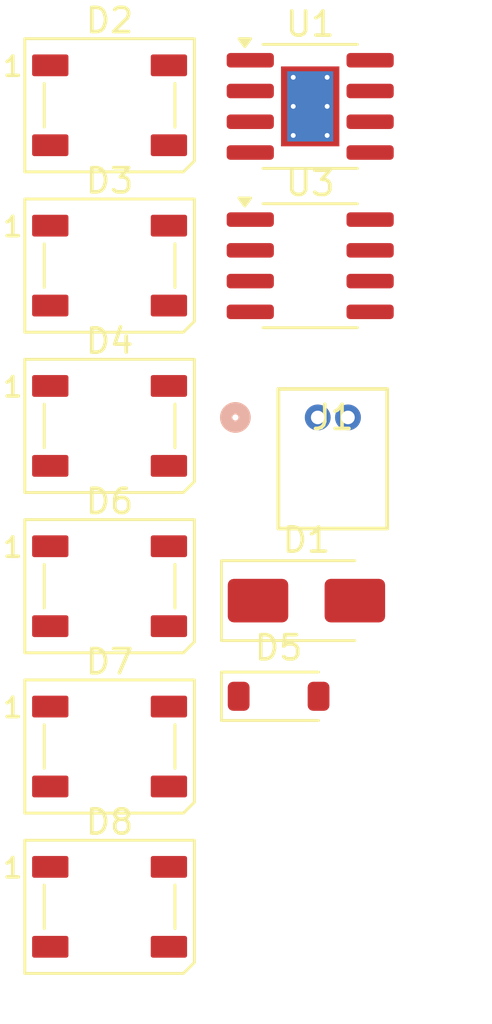
<source format=kicad_pcb>
(kicad_pcb (version 20241229) (generator "pcbnew") (generator_version "9.0")
  (layers (0 "F.Cu" signal) (2 "B.Cu" signal) (13 "F.Paste" user) (15 "B.Paste" user) (5 "F.SilkS" user "F.Silkscreen") (7 "B.SilkS" user "B.Silkscreen") (1 "F.Mask" user) (3 "B.Mask" user) (25 "Edge.Cuts" user))
  (net 0 "")
  (net 1 "VSYS")
  (net 2 "VBUS")
  (net 3 "VCC")
  (net 4 "GND")
  (net 5 "LED_DIN")
  (net 6 "Net-(D2-DOUT)")
  (net 7 "Net-(D3-DOUT)")
  (net 8 "Net-(D4-DOUT)")
  (net 9 "PRG_RX")
  (net 10 "PRG_TX")
  (net 11 "Net-(D6-DIN)")
  (net 13 "Net-(D7-DIN)")
  (net 14 "VBAT")
  (net 15 "Net-(U1-~{CHRG})")
  (net 16 "Net-(U1-PROG)")
  (net 17 "Net-(U1-~{STDBY})")
  (net 19 "SSW")
  (net 20 "~{CHRG}")
  (net 21 "UPDI")
  (net 22 "~{STBY}")
  (footprint "Package_SO:SOIC-8-1EP_3.9x4.9mm_P1.27mm_EP2.41x3.3mm_ThermalVias" (layer "F.Cu") (at 61.935 48.595)
    (property "Reference" "U1" (at 0 -3.4 0) (layer "F.SilkS"))
    (property "Value" "TP4056-42-ESOP8")
    (fp_line (start 0 -2.56) (end -1.95 -2.56) (stroke (width 0.12)) (layer "F.SilkS"))
    (fp_line (start 0 -2.56) (end 1.95 -2.56) (stroke (width 0.12)) (layer "F.SilkS"))
    (fp_line (start 0 2.56) (end -1.95 2.56) (stroke (width 0.12)) (layer "F.SilkS"))
    (fp_line (start 0 2.56) (end 1.95 2.56) (stroke (width 0.12)) (layer "F.SilkS"))
    (fp_poly (pts (xy -2.7 -2.465) (xy -2.94 -2.795) (xy -2.46 -2.795)) (stroke (width 0.12)) (fill yes) (layer "F.SilkS"))
    (pad "1" smd roundrect (at -2.475 -1.905) (size 1.95 0.6) (layers "F.Cu" "F.Mask" "F.Paste") (net 4 "GND"))
    (pad "2" smd roundrect (at -2.475 -0.635) (size 1.95 0.6) (layers "F.Cu" "F.Mask" "F.Paste") (net 16 "Net-(U1-PROG)"))
    (pad "3" smd roundrect (at -2.475 0.635) (size 1.95 0.6) (layers "F.Cu" "F.Mask" "F.Paste") (net 4 "GND"))
    (pad "4" smd roundrect (at -2.475 1.905) (size 1.95 0.6) (layers "F.Cu" "F.Mask" "F.Paste") (net 2 "VBUS"))
    (pad "5" smd roundrect (at 2.475 1.905) (size 1.95 0.6) (layers "F.Cu" "F.Mask" "F.Paste") (net 14 "VBAT"))
    (pad "6" smd roundrect (at 2.475 0.635) (size 1.95 0.6) (layers "F.Cu" "F.Mask" "F.Paste") (net 17 "Net-(U1-~{STDBY})"))
    (pad "7" smd roundrect (at 2.475 -0.635) (size 1.95 0.6) (layers "F.Cu" "F.Mask" "F.Paste") (net 15 "Net-(U1-~{CHRG})"))
    (pad "8" smd roundrect (at 2.475 -1.905) (size 1.95 0.6) (layers "F.Cu" "F.Mask" "F.Paste") (net 2 "VBUS"))
    (pad "9" thru_hole circle (at -0.7 -1.2) (size 0.5 0.5) (drill 0.2) (property pad_prop_heatsink) (layers "*.Cu") (net 4 "GND"))
    (pad "9" thru_hole circle (at -0.7 0) (size 0.5 0.5) (drill 0.2) (property pad_prop_heatsink) (layers "*.Cu") (net 4 "GND"))
    (pad "9" thru_hole circle (at -0.7 1.2) (size 0.5 0.5) (drill 0.2) (property pad_prop_heatsink) (layers "*.Cu") (net 4 "GND"))
    (pad "9" smd rect (at 0 0) (size 1.9 2.9) (property pad_prop_heatsink) (layers "B.Cu") (net 4 "GND"))
    (pad "9" smd rect (at 0 0) (size 2.41 3.3) (property pad_prop_heatsink) (layers "F.Cu" "F.Mask") (net 4 "GND"))
    (pad "9" thru_hole circle (at 0.7 -1.2) (size 0.5 0.5) (drill 0.2) (property pad_prop_heatsink) (layers "*.Cu") (net 4 "GND"))
    (pad "9" thru_hole circle (at 0.7 0) (size 0.5 0.5) (drill 0.2) (property pad_prop_heatsink) (layers "*.Cu") (net 4 "GND"))
    (pad "9" thru_hole circle (at 0.7 1.2) (size 0.5 0.5) (drill 0.2) (property pad_prop_heatsink) (layers "*.Cu") (net 4 "GND"))
  )
  (footprint "LED_SMD:LED_WS2812B_PLCC4_5.0x5.0mm_P3.2mm" (layer "F.Cu") (at 53.65 75.03)
    (property "Reference" "D7" (at 0 -3.5 0) (layer "F.SilkS"))
    (property "Value" "WS2812B")
    (fp_line (start -3.5 -2.75) (end -3.5 2.75) (stroke (width 0.12)) (layer "F.SilkS"))
    (fp_line (start -3.5 -2.75) (end 3.5 -2.75) (stroke (width 0.12)) (layer "F.SilkS"))
    (fp_line (start -3.5 2.75) (end 3.05 2.75) (stroke (width 0.12)) (layer "F.SilkS"))
    (fp_line (start -2.7 0.9) (end -2.7 -0.9) (stroke (width 0.12)) (layer "F.SilkS"))
    (fp_line (start 2.7 0.9) (end 2.7 -0.9) (stroke (width 0.12)) (layer "F.SilkS"))
    (fp_line (start 3.05 2.75) (end 3.5 2.3) (stroke (width 0.12)) (layer "F.SilkS"))
    (fp_line (start 3.5 2.3) (end 3.5 -2.75) (stroke (width 0.12)) (layer "F.SilkS"))
    (fp_text user "1" (at -4 -1.6 0) (layer "F.SilkS") (effects (font (size 0.8 0.8))))
    (pad "1" smd roundrect (at -2.45 -1.65) (size 1.5 0.9) (layers "F.Cu" "F.Mask" "F.Paste") (roundrect_rratio 0.1) (net 3 "VCC"))
    (pad "2" smd roundrect (at -2.45 1.65) (size 1.5 0.9) (layers "F.Cu" "F.Mask" "F.Paste") (roundrect_rratio 0.1) (net 11 "Net-(D6-DIN)"))
    (pad "3" smd roundrect (at 2.45 1.65) (size 1.5 0.9) (layers "F.Cu" "F.Mask" "F.Paste") (roundrect_rratio 0.1) (net 4 "GND"))
    (pad "4" smd roundrect (at 2.45 -1.65) (size 1.5 0.9) (layers "F.Cu" "F.Mask" "F.Paste") (roundrect_rratio 0.1) (net 13 "Net-(D7-DIN)"))
  )
  (footprint "Ignis:CONN02_530480210_MOL" (layer "F.Cu") (at 62.2459 61.44)
    (property "Reference" "J1" (at 0.625 0 0) (layer "F.SilkS"))
    (property "Value" "530480210")
    (fp_line (start -1.6229 -1.177) (end -1.6229 4.5888) (stroke (width 0.1524)) (layer "F.SilkS"))
    (fp_line (start -1.6229 4.5888) (end 2.8729 4.5888) (stroke (width 0.1524)) (layer "F.SilkS"))
    (fp_line (start 2.8729 -1.177) (end -1.6229 -1.177) (stroke (width 0.1524)) (layer "F.SilkS"))
    (fp_line (start 2.8729 4.5888) (end 2.8729 -1.177) (stroke (width 0.1524)) (layer "F.SilkS"))
    (fp_circle (center -3.4009 0) (end -3.0199 0) (stroke (width 0.508)) (fill no) (layer "F.SilkS"))
    (fp_circle (center -3.4009 0) (end -3.0199 0) (stroke (width 0.508)) (fill no) (layer "B.SilkS"))
    (pad "1" thru_hole circle (at 0 0) (size 1.0668 1.0668) (drill 0.5588) (layers "*.Cu" "*.Mask") (net 14 "VBAT"))
    (pad "2" thru_hole circle (at 1.25 0) (size 1.0668 1.0668) (drill 0.5588) (layers "*.Cu" "*.Mask") (net 4 "GND"))
  )
  (footprint "Diode_SMD:D_SOD-123" (layer "F.Cu") (at 60.63 72.955)
    (property "Reference" "D5" (at 0 -2 0) (layer "F.SilkS"))
    (property "Value" "LBAT46T1G")
    (fp_line (start -2.36 -1) (end -2.36 1) (stroke (width 0.12)) (layer "F.SilkS"))
    (fp_line (start -2.36 -1) (end 1.65 -1) (stroke (width 0.12)) (layer "F.SilkS"))
    (fp_line (start -2.36 1) (end 1.65 1) (stroke (width 0.12)) (layer "F.SilkS"))
    (pad "1" smd roundrect (at -1.65 0) (size 0.9 1.2) (layers "F.Cu" "F.Mask" "F.Paste") (net 9 "PRG_RX"))
    (pad "2" smd roundrect (at 1.65 0) (size 0.9 1.2) (layers "F.Cu" "F.Mask" "F.Paste") (net 10 "PRG_TX"))
  )
  (footprint "Diode_SMD:D_SMA" (layer "F.Cu") (at 61.78 69.005)
    (property "Reference" "D1" (at 0 -2.5 0) (layer "F.SilkS"))
    (property "Value" "SS34")
    (fp_line (start -3.51 -1.65) (end -3.51 1.65) (stroke (width 0.12)) (layer "F.SilkS"))
    (fp_line (start -3.51 -1.65) (end 2 -1.65) (stroke (width 0.12)) (layer "F.SilkS"))
    (fp_line (start -3.51 1.65) (end 2 1.65) (stroke (width 0.12)) (layer "F.SilkS"))
    (pad "1" smd roundrect (at -2 0) (size 2.5 1.8) (layers "F.Cu" "F.Mask" "F.Paste") (roundrect_rratio 0.1388888889) (net 1 "VSYS"))
    (pad "2" smd roundrect (at 2 0) (size 2.5 1.8) (layers "F.Cu" "F.Mask" "F.Paste") (roundrect_rratio 0.1388888889) (net 2 "VBUS"))
  )
  (footprint "Package_SO:SOIC-8_3.9x4.9mm_P1.27mm" (layer "F.Cu") (at 61.935 55.175)
    (property "Reference" "U3" (at 0 -3.4 0) (layer "F.SilkS"))
    (property "Value" "ATtiny212-SS")
    (fp_line (start 0 -2.56) (end -1.95 -2.56) (stroke (width 0.12)) (layer "F.SilkS"))
    (fp_line (start 0 -2.56) (end 1.95 -2.56) (stroke (width 0.12)) (layer "F.SilkS"))
    (fp_line (start 0 2.56) (end -1.95 2.56) (stroke (width 0.12)) (layer "F.SilkS"))
    (fp_line (start 0 2.56) (end 1.95 2.56) (stroke (width 0.12)) (layer "F.SilkS"))
    (fp_poly (pts (xy -2.7 -2.465) (xy -2.94 -2.795) (xy -2.46 -2.795)) (stroke (width 0.12)) (fill yes) (layer "F.SilkS"))
    (pad "1" smd roundrect (at -2.475 -1.905) (size 1.95 0.6) (layers "F.Cu" "F.Mask" "F.Paste") (net 3 "VCC"))
    (pad "2" smd roundrect (at -2.475 -0.635) (size 1.95 0.6) (layers "F.Cu" "F.Mask" "F.Paste") (net 5 "LED_DIN"))
    (pad "3" smd roundrect (at -2.475 0.635) (size 1.95 0.6) (layers "F.Cu" "F.Mask" "F.Paste") (net 19 "SSW"))
    (pad "4" smd roundrect (at -2.475 1.905) (size 1.95 0.6) (layers "F.Cu" "F.Mask" "F.Paste"))
    (pad "5" smd roundrect (at 2.475 1.905) (size 1.95 0.6) (layers "F.Cu" "F.Mask" "F.Paste") (net 20 "~{CHRG}"))
    (pad "6" smd roundrect (at 2.475 0.635) (size 1.95 0.6) (layers "F.Cu" "F.Mask" "F.Paste") (net 21 "UPDI"))
    (pad "7" smd roundrect (at 2.475 -0.635) (size 1.95 0.6) (layers "F.Cu" "F.Mask" "F.Paste") (net 22 "~{STBY}"))
    (pad "8" smd roundrect (at 2.475 -1.905) (size 1.95 0.6) (layers "F.Cu" "F.Mask" "F.Paste") (net 4 "GND"))
  )
  (footprint "LED_SMD:LED_WS2812B_PLCC4_5.0x5.0mm_P3.2mm" (layer "F.Cu") (at 53.65 48.55)
    (property "Reference" "D2" (at 0 -3.5 0) (layer "F.SilkS"))
    (property "Value" "WS2812B")
    (fp_line (start -3.5 -2.75) (end -3.5 2.75) (stroke (width 0.12)) (layer "F.SilkS"))
    (fp_line (start -3.5 -2.75) (end 3.5 -2.75) (stroke (width 0.12)) (layer "F.SilkS"))
    (fp_line (start -3.5 2.75) (end 3.05 2.75) (stroke (width 0.12)) (layer "F.SilkS"))
    (fp_line (start -2.7 0.9) (end -2.7 -0.9) (stroke (width 0.12)) (layer "F.SilkS"))
    (fp_line (start 2.7 0.9) (end 2.7 -0.9) (stroke (width 0.12)) (layer "F.SilkS"))
    (fp_line (start 3.05 2.75) (end 3.5 2.3) (stroke (width 0.12)) (layer "F.SilkS"))
    (fp_line (start 3.5 2.3) (end 3.5 -2.75) (stroke (width 0.12)) (layer "F.SilkS"))
    (fp_text user "1" (at -4 -1.6 0) (layer "F.SilkS") (effects (font (size 0.8 0.8))))
    (pad "1" smd roundrect (at -2.45 -1.65) (size 1.5 0.9) (layers "F.Cu" "F.Mask" "F.Paste") (roundrect_rratio 0.1) (net 3 "VCC"))
    (pad "2" smd roundrect (at -2.45 1.65) (size 1.5 0.9) (layers "F.Cu" "F.Mask" "F.Paste") (roundrect_rratio 0.1) (net 6 "Net-(D2-DOUT)"))
    (pad "3" smd roundrect (at 2.45 1.65) (size 1.5 0.9) (layers "F.Cu" "F.Mask" "F.Paste") (roundrect_rratio 0.1) (net 4 "GND"))
    (pad "4" smd roundrect (at 2.45 -1.65) (size 1.5 0.9) (layers "F.Cu" "F.Mask" "F.Paste") (roundrect_rratio 0.1) (net 5 "LED_DIN"))
  )
  (footprint "LED_SMD:LED_WS2812B_PLCC4_5.0x5.0mm_P3.2mm" (layer "F.Cu") (at 53.65 55.17)
    (property "Reference" "D3" (at 0 -3.5 0) (layer "F.SilkS"))
    (property "Value" "WS2812B")
    (fp_line (start -3.5 -2.75) (end -3.5 2.75) (stroke (width 0.12)) (layer "F.SilkS"))
    (fp_line (start -3.5 -2.75) (end 3.5 -2.75) (stroke (width 0.12)) (layer "F.SilkS"))
    (fp_line (start -3.5 2.75) (end 3.05 2.75) (stroke (width 0.12)) (layer "F.SilkS"))
    (fp_line (start -2.7 0.9) (end -2.7 -0.9) (stroke (width 0.12)) (layer "F.SilkS"))
    (fp_line (start 2.7 0.9) (end 2.7 -0.9) (stroke (width 0.12)) (layer "F.SilkS"))
    (fp_line (start 3.05 2.75) (end 3.5 2.3) (stroke (width 0.12)) (layer "F.SilkS"))
    (fp_line (start 3.5 2.3) (end 3.5 -2.75) (stroke (width 0.12)) (layer "F.SilkS"))
    (fp_text user "1" (at -4 -1.6 0) (layer "F.SilkS") (effects (font (size 0.8 0.8))))
    (pad "1" smd roundrect (at -2.45 -1.65) (size 1.5 0.9) (layers "F.Cu" "F.Mask" "F.Paste") (roundrect_rratio 0.1) (net 3 "VCC"))
    (pad "2" smd roundrect (at -2.45 1.65) (size 1.5 0.9) (layers "F.Cu" "F.Mask" "F.Paste") (roundrect_rratio 0.1) (net 7 "Net-(D3-DOUT)"))
    (pad "3" smd roundrect (at 2.45 1.65) (size 1.5 0.9) (layers "F.Cu" "F.Mask" "F.Paste") (roundrect_rratio 0.1) (net 4 "GND"))
    (pad "4" smd roundrect (at 2.45 -1.65) (size 1.5 0.9) (layers "F.Cu" "F.Mask" "F.Paste") (roundrect_rratio 0.1) (net 6 "Net-(D2-DOUT)"))
  )
  (footprint "LED_SMD:LED_WS2812B_PLCC4_5.0x5.0mm_P3.2mm" (layer "F.Cu") (at 53.65 81.65)
    (property "Reference" "D8" (at 0 -3.5 0) (layer "F.SilkS"))
    (property "Value" "WS2812B")
    (fp_line (start -3.5 -2.75) (end -3.5 2.75) (stroke (width 0.12)) (layer "F.SilkS"))
    (fp_line (start -3.5 -2.75) (end 3.5 -2.75) (stroke (width 0.12)) (layer "F.SilkS"))
    (fp_line (start -3.5 2.75) (end 3.05 2.75) (stroke (width 0.12)) (layer "F.SilkS"))
    (fp_line (start -2.7 0.9) (end -2.7 -0.9) (stroke (width 0.12)) (layer "F.SilkS"))
    (fp_line (start 2.7 0.9) (end 2.7 -0.9) (stroke (width 0.12)) (layer "F.SilkS"))
    (fp_line (start 3.05 2.75) (end 3.5 2.3) (stroke (width 0.12)) (layer "F.SilkS"))
    (fp_line (start 3.5 2.3) (end 3.5 -2.75) (stroke (width 0.12)) (layer "F.SilkS"))
    (fp_text user "1" (at -4 -1.6 0) (layer "F.SilkS") (effects (font (size 0.8 0.8))))
    (pad "1" smd roundrect (at -2.45 -1.65) (size 1.5 0.9) (layers "F.Cu" "F.Mask" "F.Paste") (roundrect_rratio 0.1) (net 3 "VCC"))
    (pad "2" smd roundrect (at -2.45 1.65) (size 1.5 0.9) (layers "F.Cu" "F.Mask" "F.Paste") (roundrect_rratio 0.1) (net 13 "Net-(D7-DIN)"))
    (pad "3" smd roundrect (at 2.45 1.65) (size 1.5 0.9) (layers "F.Cu" "F.Mask" "F.Paste") (roundrect_rratio 0.1) (net 4 "GND"))
    (pad "4" smd roundrect (at 2.45 -1.65) (size 1.5 0.9) (layers "F.Cu" "F.Mask" "F.Paste") (roundrect_rratio 0.1) (net 8 "Net-(D4-DOUT)"))
  )
  (footprint "LED_SMD:LED_WS2812B_PLCC4_5.0x5.0mm_P3.2mm" (layer "F.Cu") (at 53.65 61.79)
    (property "Reference" "D4" (at 0 -3.5 0) (layer "F.SilkS"))
    (property "Value" "WS2812B")
    (fp_line (start -3.5 -2.75) (end -3.5 2.75) (stroke (width 0.12)) (layer "F.SilkS"))
    (fp_line (start -3.5 -2.75) (end 3.5 -2.75) (stroke (width 0.12)) (layer "F.SilkS"))
    (fp_line (start -3.5 2.75) (end 3.05 2.75) (stroke (width 0.12)) (layer "F.SilkS"))
    (fp_line (start -2.7 0.9) (end -2.7 -0.9) (stroke (width 0.12)) (layer "F.SilkS"))
    (fp_line (start 2.7 0.9) (end 2.7 -0.9) (stroke (width 0.12)) (layer "F.SilkS"))
    (fp_line (start 3.05 2.75) (end 3.5 2.3) (stroke (width 0.12)) (layer "F.SilkS"))
    (fp_line (start 3.5 2.3) (end 3.5 -2.75) (stroke (width 0.12)) (layer "F.SilkS"))
    (fp_text user "1" (at -4 -1.6 0) (layer "F.SilkS") (effects (font (size 0.8 0.8))))
    (pad "1" smd roundrect (at -2.45 -1.65) (size 1.5 0.9) (layers "F.Cu" "F.Mask" "F.Paste") (roundrect_rratio 0.1) (net 3 "VCC"))
    (pad "2" smd roundrect (at -2.45 1.65) (size 1.5 0.9) (layers "F.Cu" "F.Mask" "F.Paste") (roundrect_rratio 0.1) (net 8 "Net-(D4-DOUT)"))
    (pad "3" smd roundrect (at 2.45 1.65) (size 1.5 0.9) (layers "F.Cu" "F.Mask" "F.Paste") (roundrect_rratio 0.1) (net 4 "GND"))
    (pad "4" smd roundrect (at 2.45 -1.65) (size 1.5 0.9) (layers "F.Cu" "F.Mask" "F.Paste") (roundrect_rratio 0.1) (net 7 "Net-(D3-DOUT)"))
  )
  (footprint "LED_SMD:LED_WS2812B_PLCC4_5.0x5.0mm_P3.2mm" (layer "F.Cu") (at 53.65 68.41)
    (property "Reference" "D6" (at 0 -3.5 0) (layer "F.SilkS"))
    (property "Value" "WS2812B")
    (fp_line (start -3.5 -2.75) (end -3.5 2.75) (stroke (width 0.12)) (layer "F.SilkS"))
    (fp_line (start -3.5 -2.75) (end 3.5 -2.75) (stroke (width 0.12)) (layer "F.SilkS"))
    (fp_line (start -3.5 2.75) (end 3.05 2.75) (stroke (width 0.12)) (layer "F.SilkS"))
    (fp_line (start -2.7 0.9) (end -2.7 -0.9) (stroke (width 0.12)) (layer "F.SilkS"))
    (fp_line (start 2.7 0.9) (end 2.7 -0.9) (stroke (width 0.12)) (layer "F.SilkS"))
    (fp_line (start 3.05 2.75) (end 3.5 2.3) (stroke (width 0.12)) (layer "F.SilkS"))
    (fp_line (start 3.5 2.3) (end 3.5 -2.75) (stroke (width 0.12)) (layer "F.SilkS"))
    (fp_text user "1" (at -4 -1.6 0) (layer "F.SilkS") (effects (font (size 0.8 0.8))))
    (pad "1" smd roundrect (at -2.45 -1.65) (size 1.5 0.9) (layers "F.Cu" "F.Mask" "F.Paste") (roundrect_rratio 0.1) (net 3 "VCC"))
    (pad "2" smd roundrect (at -2.45 1.65) (size 1.5 0.9) (layers "F.Cu" "F.Mask" "F.Paste") (roundrect_rratio 0.1))
    (pad "3" smd roundrect (at 2.45 1.65) (size 1.5 0.9) (layers "F.Cu" "F.Mask" "F.Paste") (roundrect_rratio 0.1) (net 4 "GND"))
    (pad "4" smd roundrect (at 2.45 -1.65) (size 1.5 0.9) (layers "F.Cu" "F.Mask" "F.Paste") (roundrect_rratio 0.1) (net 11 "Net-(D6-DIN)"))
  )
)
</source>
